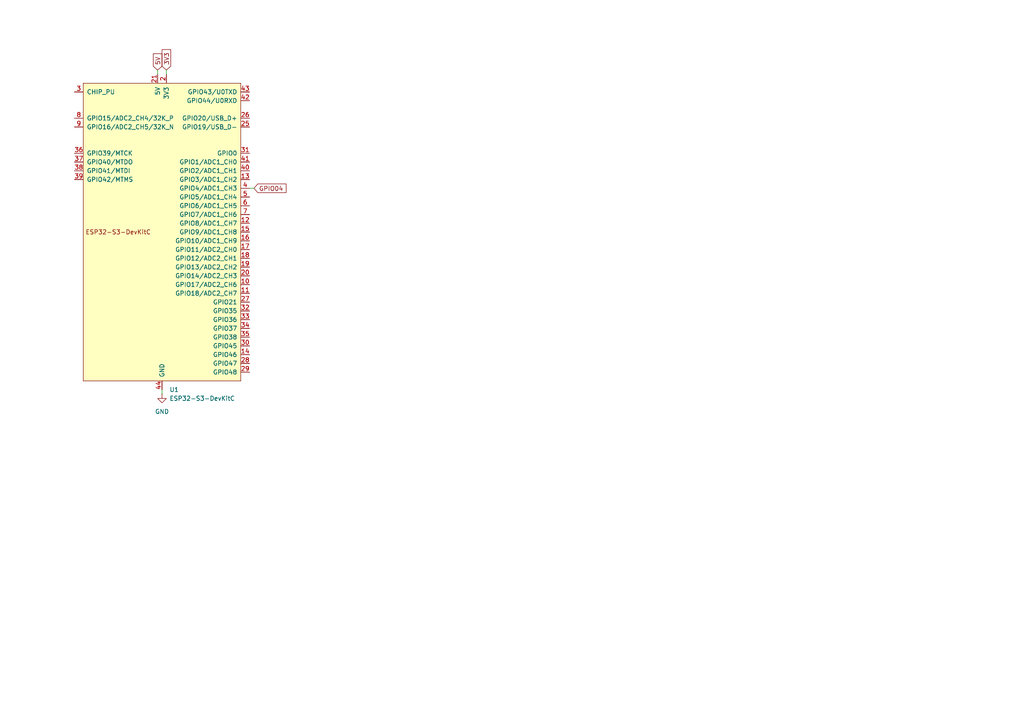
<source format=kicad_sch>
(kicad_sch (version 20250114) (generator "eeschema") (generator_version "9.0")
  (paper "A4")
  (lib_symbols
    (symbol "PCM_Espressif:ESP32-S3-DevKitC" (pin_names (offset 1.016))
      (property "Reference" "U" (at -22.86 48.26 0))
      (property "Value" "ESP32-S3-DevKitC" (at -22.86 45.72 0))
      (symbol "ESP32-S3-DevKitC_0_0"
        (text "ESP32-S3-DevKitC" (at -12.7 0 0) (effects (font (size 1.27 1.27))))
        (pin bidirectional line (at -25.4 15.24 0) (length 2.54) (name "GPIO42/MTMS") (number "39"))
        (pin power_in line (at 0 -45.72 90) (length 2.54) (name "GND") (number "44"))
        (pin bidirectional line (at 25.4 40.64 180) (length 2.54) (name "GPIO43/U0TXD") (number "43"))
        (pin bidirectional line (at 25.4 38.1 180) (length 2.54) (name "GPIO44/U0RXD") (number "42"))
        (pin bidirectional line (at 25.4 20.32 180) (length 2.54) (name "GPIO1/ADC1_CH0") (number "41"))
        (pin bidirectional line (at 25.4 17.78 180) (length 2.54) (name "GPIO2/ADC1_CH1") (number "40"))
        (pin bidirectional line (at 25.4 -10.16 180) (length 2.54) (name "GPIO13/ADC2_CH2") (number "19"))
        (pin bidirectional line (at 25.4 -35.56 180) (length 2.54) (name "GPIO46") (number "14"))
      )
      (symbol "ESP32-S3-DevKitC_0_1"
        (rectangle (start -22.86 43.18) (end 22.86 -43.18) (fill (type background)))
        (pin power_in line (at 1.27 45.72 270) (length 2.54) (name "3V3") (number "2"))
      )
      (symbol "ESP32-S3-DevKitC_1_1"
        (pin input line (at -25.4 40.64 0) (length 2.54) (name "CHIP_PU") (number "3"))
        (pin bidirectional line (at -25.4 33.02 0) (length 2.54) (name "GPIO15/ADC2_CH4/32K_P") (number "8"))
        (pin bidirectional line (at -25.4 30.48 0) (length 2.54) (name "GPIO16/ADC2_CH5/32K_N") (number "9"))
        (pin bidirectional line (at -25.4 22.86 0) (length 2.54) (name "GPIO39/MTCK") (number "36"))
        (pin bidirectional line (at -25.4 20.32 0) (length 2.54) (name "GPIO40/MTDO") (number "37"))
        (pin bidirectional line (at -25.4 17.78 0) (length 2.54) (name "GPIO41/MTDI") (number "38"))
        (pin power_in line (at -1.27 45.72 270) (length 2.54) (name "5V") (number "21"))
        (pin passive line (at 0 -45.72 90) (length 2.54) (hide yes) (name "GND") (number "22"))
        (pin passive line (at 0 -45.72 90) (length 2.54) (hide yes) (name "GND") (number "23"))
        (pin passive line (at 0 -45.72 90) (length 2.54) (hide yes) (name "GND") (number "24"))
        (pin passive line (at 1.27 45.72 270) (length 2.54) (hide yes) (name "3V3") (number "1"))
        (pin bidirectional line (at 25.4 33.02 180) (length 2.54) (name "GPIO20/USB_D+") (number "26"))
        (pin bidirectional line (at 25.4 30.48 180) (length 2.54) (name "GPIO19/USB_D-") (number "25"))
        (pin bidirectional line (at 25.4 22.86 180) (length 2.54) (name "GPIO0") (number "31"))
        (pin bidirectional line (at 25.4 15.24 180) (length 2.54) (name "GPIO3/ADC1_CH2") (number "13"))
        (pin bidirectional line (at 25.4 12.7 180) (length 2.54) (name "GPIO4/ADC1_CH3") (number "4"))
        (pin bidirectional line (at 25.4 10.16 180) (length 2.54) (name "GPIO5/ADC1_CH4") (number "5"))
        (pin bidirectional line (at 25.4 7.62 180) (length 2.54) (name "GPIO6/ADC1_CH5") (number "6"))
        (pin bidirectional line (at 25.4 5.08 180) (length 2.54) (name "GPIO7/ADC1_CH6") (number "7"))
        (pin bidirectional line (at 25.4 2.54 180) (length 2.54) (name "GPIO8/ADC1_CH7") (number "12"))
        (pin bidirectional line (at 25.4 0 180) (length 2.54) (name "GPIO9/ADC1_CH8") (number "15"))
        (pin bidirectional line (at 25.4 -2.54 180) (length 2.54) (name "GPIO10/ADC1_CH9") (number "16"))
        (pin bidirectional line (at 25.4 -5.08 180) (length 2.54) (name "GPIO11/ADC2_CH0") (number "17"))
        (pin bidirectional line (at 25.4 -7.62 180) (length 2.54) (name "GPIO12/ADC2_CH1") (number "18"))
        (pin bidirectional line (at 25.4 -12.7 180) (length 2.54) (name "GPIO14/ADC2_CH3") (number "20"))
        (pin bidirectional line (at 25.4 -15.24 180) (length 2.54) (name "GPIO17/ADC2_CH6") (number "10"))
        (pin bidirectional line (at 25.4 -17.78 180) (length 2.54) (name "GPIO18/ADC2_CH7") (number "11"))
        (pin bidirectional line (at 25.4 -20.32 180) (length 2.54) (name "GPIO21") (number "27"))
        (pin bidirectional line (at 25.4 -22.86 180) (length 2.54) (name "GPIO35") (number "32"))
        (pin bidirectional line (at 25.4 -25.4 180) (length 2.54) (name "GPIO36") (number "33"))
        (pin bidirectional line (at 25.4 -27.94 180) (length 2.54) (name "GPIO37") (number "34"))
        (pin bidirectional line (at 25.4 -30.48 180) (length 2.54) (name "GPIO38") (number "35"))
        (pin bidirectional line (at 25.4 -33.02 180) (length 2.54) (name "GPIO45") (number "30"))
        (pin bidirectional line (at 25.4 -38.1 180) (length 2.54) (name "GPIO47") (number "28"))
        (pin bidirectional line (at 25.4 -40.64 180) (length 2.54) (name "GPIO48") (number "29"))
      )
    )
    (symbol "power:GND" (power) (pin_numbers (hide yes)) (pin_names (offset 0) (hide yes))
      (property "Value" "GND" (at 0 -3.81 0))
      (symbol "GND_0_1"
        (polyline (pts (xy 0 0) (xy 0 -1.27) (xy 1.27 -1.27) (xy 0 -2.54) (xy -1.27 -1.27) (xy 0 -1.27)))
      )
      (symbol "GND_1_1"
        (pin power_in line (at 0 0 270) (length 0) (name "~") (number "1"))
      )
    )
  )
  (wire (pts (xy 45.72 20.32) (xy 45.72 21.59)))
  (wire (pts (xy 72.39 54.61) (xy 73.66 54.61)))
  (wire (pts (xy 46.99 113.03) (xy 46.99 114.3)))
  (wire (pts (xy 48.26 20.32) (xy 48.26 21.59)))
  (global_label "GPIO04" (shape input) (at 73.66 54.61 0) (property "Intersheetrefs" "${INTERSHEET_REFS}" (effects (hide yes))))
  (global_label "3V3" (shape input) (at 48.26 20.32 90) (property "Intersheetrefs" "${INTERSHEET_REFS}" (effects (hide yes))))
  (global_label "5V" (shape input) (at 45.72 20.32 90) (property "Intersheetrefs" "${INTERSHEET_REFS}" (effects (hide yes))))
  (symbol (lib_id "power:GND") (at 46.99 114.3 0) (unit 1)
    (property "Reference" "#PWR01" (effects (hide yes)))
    (property "Value" "GND" (at 46.99 119.38 0))
    (property "Description" "Power symbol creates a global label with name \"GND\" , ground" (effects (hide yes)))
  )
  (symbol (lib_id "PCM_Espressif:ESP32-S3-DevKitC") (at 46.99 67.31 0) (unit 1)
    (property "Reference" "U1" (at 49.1333 113.03 0) (effects (justify left)))
    (property "Value" "ESP32-S3-DevKitC" (at 49.1333 115.57 0) (effects (justify left)))
    (property "Footprint" "PCM_Espressif:ESP32-S3-DevKitC" (effects (hide yes)))
    (property "Description" "ESP32-S3-DevKitC" (effects (hide yes)))
  )
)
</source>
